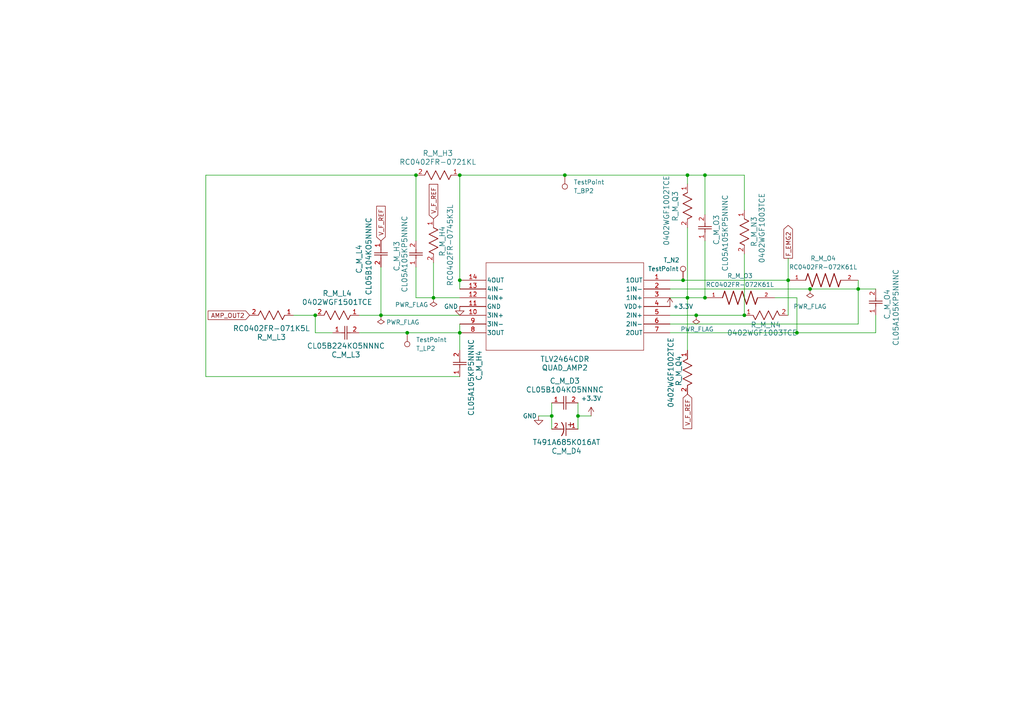
<source format=kicad_sch>
(kicad_sch (version 20231120) (generator "eeschema") (generator_version "8.0")
  (paper "A4")
  (title_block (title "EMG Filter") (date "2024-10-21") (rev "2") (company "FlexGlO"))
  (lib_symbols
    (symbol "2024-10-20_01-38-33:TLV2464CDR" (pin_names (offset 0.254))
      (property "Reference" "U" (at 30.48 10.16 0))
      (property "Value" "TLV2464CDR" (at 30.48 7.62 0))
      (symbol "TLV2464CDR_0_1"
        (polyline (pts (xy 7.62 -20.32) (xy 53.34 -20.32)) (stroke (width 0.127)))
        (polyline (pts (xy 7.62 5.08) (xy 7.62 -20.32)) (stroke (width 0.127)))
        (polyline (pts (xy 53.34 -20.32) (xy 53.34 5.08)) (stroke (width 0.127)))
        (polyline (pts (xy 53.34 5.08) (xy 7.62 5.08)) (stroke (width 0.127)))
        (pin output line (at 0 0 0) (length 7.62) (name "1OUT") (number "1"))
        (pin input line (at 60.96 -10.16 180) (length 7.62) (name "3IN+") (number "10"))
        (pin power_in line (at 60.96 -7.62 180) (length 7.62) (name "GND") (number "11"))
        (pin input line (at 60.96 -5.08 180) (length 7.62) (name "4IN+") (number "12"))
        (pin input line (at 60.96 -2.54 180) (length 7.62) (name "4IN-") (number "13"))
        (pin output line (at 60.96 0 180) (length 7.62) (name "4OUT") (number "14"))
        (pin input line (at 0 -2.54 0) (length 7.62) (name "1IN-") (number "2"))
        (pin input line (at 0 -5.08 0) (length 7.62) (name "1IN+") (number "3"))
        (pin power_in line (at 0 -7.62 0) (length 7.62) (name "VDD+") (number "4"))
        (pin input line (at 0 -10.16 0) (length 7.62) (name "2IN+") (number "5"))
        (pin input line (at 0 -12.7 0) (length 7.62) (name "2IN-") (number "6"))
        (pin output line (at 0 -15.24 0) (length 7.62) (name "2OUT") (number "7"))
        (pin output line (at 60.96 -15.24 180) (length 7.62) (name "3OUT") (number "8"))
        (pin input line (at 60.96 -12.7 180) (length 7.62) (name "3IN-") (number "9"))
      )
    )
    (symbol "CL05A105KO5NNNC:CL05A105KO5NNNC" (pin_names (offset 0.254))
      (property "Reference" "C" (at 3.81 3.81 0))
      (property "Value" "CL05A105KO5NNNC" (at 3.81 -3.81 0))
      (symbol "CL05A105KO5NNNC_1_1"
        (polyline (pts (xy 2.54 0) (xy 3.4798 0)) (stroke (width 0.2032)))
        (polyline (pts (xy 3.4798 -1.905) (xy 3.4798 1.905)) (stroke (width 0.2032)))
        (polyline (pts (xy 4.1148 -1.905) (xy 4.1148 1.905)) (stroke (width 0.2032)))
        (polyline (pts (xy 4.1148 0) (xy 5.08 0)) (stroke (width 0.2032)))
        (pin unspecified line (at 0 0 0) (length 2.54) (name "") (number "1"))
        (pin unspecified line (at 7.62 0 180) (length 2.54) (name "") (number "2"))
      )
      (symbol "CL05A105KO5NNNC_1_2"
        (polyline (pts (xy -1.905 -4.1148) (xy 1.905 -4.1148)) (stroke (width 0.2032)))
        (polyline (pts (xy -1.905 -3.4798) (xy 1.905 -3.4798)) (stroke (width 0.2032)))
        (polyline (pts (xy 0 -4.1148) (xy 0 -5.08)) (stroke (width 0.2032)))
        (polyline (pts (xy 0 -2.54) (xy 0 -3.4798)) (stroke (width 0.2032)))
        (pin unspecified line (at 0 0 270) (length 2.54) (name "") (number "1"))
        (pin unspecified line (at 0 -7.62 90) (length 2.54) (name "") (number "2"))
      )
    )
    (symbol "CL05B104KO5NNNC:CL05B104KO5NNNC" (pin_names (offset 0.254))
      (property "Reference" "C" (at 3.81 3.81 0))
      (property "Value" "CL05B104KO5NNNC" (at 3.81 -3.81 0))
      (symbol "CL05B104KO5NNNC_1_1"
        (polyline (pts (xy 2.54 0) (xy 3.4798 0)) (stroke (width 0.2032)))
        (polyline (pts (xy 3.4798 -1.905) (xy 3.4798 1.905)) (stroke (width 0.2032)))
        (polyline (pts (xy 4.1148 -1.905) (xy 4.1148 1.905)) (stroke (width 0.2032)))
        (polyline (pts (xy 4.1148 0) (xy 5.08 0)) (stroke (width 0.2032)))
        (pin unspecified line (at 0 0 0) (length 2.54) (name "") (number "1"))
        (pin unspecified line (at 7.62 0 180) (length 2.54) (name "") (number "2"))
      )
      (symbol "CL05B104KO5NNNC_1_2"
        (polyline (pts (xy -1.905 -4.1148) (xy 1.905 -4.1148)) (stroke (width 0.2032)))
        (polyline (pts (xy -1.905 -3.4798) (xy 1.905 -3.4798)) (stroke (width 0.2032)))
        (polyline (pts (xy 0 -4.1148) (xy 0 -5.08)) (stroke (width 0.2032)))
        (polyline (pts (xy 0 -2.54) (xy 0 -3.4798)) (stroke (width 0.2032)))
        (pin unspecified line (at 0 0 270) (length 2.54) (name "") (number "1"))
        (pin unspecified line (at 0 -7.62 90) (length 2.54) (name "") (number "2"))
      )
    )
    (symbol "CL05B224KO5NNNC:CL05B224KO5NNNC" (pin_names (offset 0.254))
      (property "Reference" "C" (at 3.81 3.81 0))
      (property "Value" "CL05B224KO5NNNC" (at 3.81 -3.81 0))
      (symbol "CL05B224KO5NNNC_1_1"
        (polyline (pts (xy 2.54 0) (xy 3.4798 0)) (stroke (width 0.2032)))
        (polyline (pts (xy 3.4798 -1.905) (xy 3.4798 1.905)) (stroke (width 0.2032)))
        (polyline (pts (xy 4.1148 -1.905) (xy 4.1148 1.905)) (stroke (width 0.2032)))
        (polyline (pts (xy 4.1148 0) (xy 5.08 0)) (stroke (width 0.2032)))
        (pin unspecified line (at 0 0 0) (length 2.54) (name "") (number "1"))
        (pin unspecified line (at 7.62 0 180) (length 2.54) (name "") (number "2"))
      )
      (symbol "CL05B224KO5NNNC_1_2"
        (polyline (pts (xy -1.905 -4.1148) (xy 1.905 -4.1148)) (stroke (width 0.2032)))
        (polyline (pts (xy -1.905 -3.4798) (xy 1.905 -3.4798)) (stroke (width 0.2032)))
        (polyline (pts (xy 0 -4.1148) (xy 0 -5.08)) (stroke (width 0.2032)))
        (polyline (pts (xy 0 -2.54) (xy 0 -3.4798)) (stroke (width 0.2032)))
        (pin unspecified line (at 0 0 270) (length 2.54) (name "") (number "1"))
        (pin unspecified line (at 0 -7.62 90) (length 2.54) (name "") (number "2"))
      )
    )
    (symbol "Connector:TestPoint" (pin_numbers hide) (pin_names (offset 0.762) hide)
      (property "Reference" "TP" (at 0 6.858 0))
      (property "Value" "TestPoint" (at 0 5.08 0))
      (symbol "TestPoint_0_1"
        (circle (center 0 3.302) (radius 0.762))
      )
      (symbol "TestPoint_1_1"
        (pin passive line (at 0 0 90) (length 2.54) (name "1") (number "1"))
      )
    )
    (symbol "RC0402FR-07100KL:RC0402FR-07100KL" (pin_names (offset 0.254))
      (property "Reference" "R" (at 5.715 3.81 0))
      (property "Value" "RC0402FR-07100KL" (at 6.35 -3.81 0))
      (symbol "RC0402FR-07100KL_1_1"
        (polyline (pts (xy 2.54 0) (xy 3.175 1.27)) (stroke (width 0.2032)))
        (polyline (pts (xy 3.175 1.27) (xy 4.445 -1.27)) (stroke (width 0.2032)))
        (polyline (pts (xy 4.445 -1.27) (xy 5.715 1.27)) (stroke (width 0.2032)))
        (polyline (pts (xy 5.715 1.27) (xy 6.985 -1.27)) (stroke (width 0.2032)))
        (polyline (pts (xy 6.985 -1.27) (xy 8.255 1.27)) (stroke (width 0.2032)))
        (polyline (pts (xy 8.255 1.27) (xy 9.525 -1.27)) (stroke (width 0.2032)))
        (polyline (pts (xy 9.525 -1.27) (xy 10.16 0)) (stroke (width 0.2032)))
        (pin unspecified line (at 12.7 0 180) (length 2.54) (name "") (number "1"))
        (pin unspecified line (at 0 0 0) (length 2.54) (name "") (number "2"))
      )
      (symbol "RC0402FR-07100KL_1_2"
        (polyline (pts (xy -1.27 3.175) (xy 1.27 4.445)) (stroke (width 0.2032)))
        (polyline (pts (xy -1.27 5.715) (xy 1.27 6.985)) (stroke (width 0.2032)))
        (polyline (pts (xy -1.27 8.255) (xy 1.27 9.525)) (stroke (width 0.2032)))
        (polyline (pts (xy 0 2.54) (xy -1.27 3.175)) (stroke (width 0.2032)))
        (polyline (pts (xy 1.27 4.445) (xy -1.27 5.715)) (stroke (width 0.2032)))
        (polyline (pts (xy 1.27 6.985) (xy -1.27 8.255)) (stroke (width 0.2032)))
        (polyline (pts (xy 1.27 9.525) (xy 0 10.16)) (stroke (width 0.2032)))
        (pin unspecified line (at 0 12.7 270) (length 2.54) (name "") (number "1"))
        (pin unspecified line (at 0 0 90) (length 2.54) (name "") (number "2"))
      )
    )
    (symbol "RC0402FR-0710KL:RC0402FR-0710KL" (pin_names (offset 0.254))
      (property "Reference" "R" (at 5.715 3.81 0))
      (property "Value" "RC0402FR-0710KL" (at 6.35 -3.81 0))
      (symbol "RC0402FR-0710KL_1_1"
        (polyline (pts (xy 2.54 0) (xy 3.175 1.27)) (stroke (width 0.2032)))
        (polyline (pts (xy 3.175 1.27) (xy 4.445 -1.27)) (stroke (width 0.2032)))
        (polyline (pts (xy 4.445 -1.27) (xy 5.715 1.27)) (stroke (width 0.2032)))
        (polyline (pts (xy 5.715 1.27) (xy 6.985 -1.27)) (stroke (width 0.2032)))
        (polyline (pts (xy 6.985 -1.27) (xy 8.255 1.27)) (stroke (width 0.2032)))
        (polyline (pts (xy 8.255 1.27) (xy 9.525 -1.27)) (stroke (width 0.2032)))
        (polyline (pts (xy 9.525 -1.27) (xy 10.16 0)) (stroke (width 0.2032)))
        (pin unspecified line (at 12.7 0 180) (length 2.54) (name "") (number "1"))
        (pin unspecified line (at 0 0 0) (length 2.54) (name "") (number "2"))
      )
      (symbol "RC0402FR-0710KL_1_2"
        (polyline (pts (xy -1.27 3.175) (xy 1.27 4.445)) (stroke (width 0.2032)))
        (polyline (pts (xy -1.27 5.715) (xy 1.27 6.985)) (stroke (width 0.2032)))
        (polyline (pts (xy -1.27 8.255) (xy 1.27 9.525)) (stroke (width 0.2032)))
        (polyline (pts (xy 0 2.54) (xy -1.27 3.175)) (stroke (width 0.2032)))
        (polyline (pts (xy 1.27 4.445) (xy -1.27 5.715)) (stroke (width 0.2032)))
        (polyline (pts (xy 1.27 6.985) (xy -1.27 8.255)) (stroke (width 0.2032)))
        (polyline (pts (xy 1.27 9.525) (xy 0 10.16)) (stroke (width 0.2032)))
        (pin unspecified line (at 0 12.7 270) (length 2.54) (name "") (number "1"))
        (pin unspecified line (at 0 0 90) (length 2.54) (name "") (number "2"))
      )
    )
    (symbol "RC0402FR-071K5L:RC0402FR-071K5L" (pin_names (offset 0.254))
      (property "Reference" "R" (at 5.715 3.81 0))
      (property "Value" "RC0402FR-071K5L" (at 6.35 -3.81 0))
      (symbol "RC0402FR-071K5L_1_1"
        (polyline (pts (xy 2.54 0) (xy 3.175 1.27)) (stroke (width 0.2032)))
        (polyline (pts (xy 3.175 1.27) (xy 4.445 -1.27)) (stroke (width 0.2032)))
        (polyline (pts (xy 4.445 -1.27) (xy 5.715 1.27)) (stroke (width 0.2032)))
        (polyline (pts (xy 5.715 1.27) (xy 6.985 -1.27)) (stroke (width 0.2032)))
        (polyline (pts (xy 6.985 -1.27) (xy 8.255 1.27)) (stroke (width 0.2032)))
        (polyline (pts (xy 8.255 1.27) (xy 9.525 -1.27)) (stroke (width 0.2032)))
        (polyline (pts (xy 9.525 -1.27) (xy 10.16 0)) (stroke (width 0.2032)))
        (pin unspecified line (at 12.7 0 180) (length 2.54) (name "") (number "1"))
        (pin unspecified line (at 0 0 0) (length 2.54) (name "") (number "2"))
      )
      (symbol "RC0402FR-071K5L_1_2"
        (polyline (pts (xy -1.27 3.175) (xy 1.27 4.445)) (stroke (width 0.2032)))
        (polyline (pts (xy -1.27 5.715) (xy 1.27 6.985)) (stroke (width 0.2032)))
        (polyline (pts (xy -1.27 8.255) (xy 1.27 9.525)) (stroke (width 0.2032)))
        (polyline (pts (xy 0 2.54) (xy -1.27 3.175)) (stroke (width 0.2032)))
        (polyline (pts (xy 1.27 4.445) (xy -1.27 5.715)) (stroke (width 0.2032)))
        (polyline (pts (xy 1.27 6.985) (xy -1.27 8.255)) (stroke (width 0.2032)))
        (polyline (pts (xy 1.27 9.525) (xy 0 10.16)) (stroke (width 0.2032)))
        (pin unspecified line (at 0 12.7 270) (length 2.54) (name "") (number "1"))
        (pin unspecified line (at 0 0 90) (length 2.54) (name "") (number "2"))
      )
    )
    (symbol "RC0402FR-0721KL:RC0402FR-0721KL" (pin_names (offset 0.254))
      (property "Reference" "R" (at 5.715 3.81 0))
      (property "Value" "RC0402FR-0721KL" (at 6.35 -3.81 0))
      (symbol "RC0402FR-0721KL_1_1"
        (polyline (pts (xy 2.54 0) (xy 3.175 1.27)) (stroke (width 0.2032)))
        (polyline (pts (xy 3.175 1.27) (xy 4.445 -1.27)) (stroke (width 0.2032)))
        (polyline (pts (xy 4.445 -1.27) (xy 5.715 1.27)) (stroke (width 0.2032)))
        (polyline (pts (xy 5.715 1.27) (xy 6.985 -1.27)) (stroke (width 0.2032)))
        (polyline (pts (xy 6.985 -1.27) (xy 8.255 1.27)) (stroke (width 0.2032)))
        (polyline (pts (xy 8.255 1.27) (xy 9.525 -1.27)) (stroke (width 0.2032)))
        (polyline (pts (xy 9.525 -1.27) (xy 10.16 0)) (stroke (width 0.2032)))
        (pin unspecified line (at 12.7 0 180) (length 2.54) (name "") (number "1"))
        (pin unspecified line (at 0 0 0) (length 2.54) (name "") (number "2"))
      )
      (symbol "RC0402FR-0721KL_1_2"
        (polyline (pts (xy -1.27 3.175) (xy 1.27 4.445)) (stroke (width 0.2032)))
        (polyline (pts (xy -1.27 5.715) (xy 1.27 6.985)) (stroke (width 0.2032)))
        (polyline (pts (xy -1.27 8.255) (xy 1.27 9.525)) (stroke (width 0.2032)))
        (polyline (pts (xy 0 2.54) (xy -1.27 3.175)) (stroke (width 0.2032)))
        (polyline (pts (xy 1.27 4.445) (xy -1.27 5.715)) (stroke (width 0.2032)))
        (polyline (pts (xy 1.27 6.985) (xy -1.27 8.255)) (stroke (width 0.2032)))
        (polyline (pts (xy 1.27 9.525) (xy 0 10.16)) (stroke (width 0.2032)))
        (pin unspecified line (at 0 12.7 270) (length 2.54) (name "") (number "1"))
        (pin unspecified line (at 0 0 90) (length 2.54) (name "") (number "2"))
      )
    )
    (symbol "RC0402FR-072K61L:RC0402FR-072K61L" (pin_names (offset 1.016))
      (property "Reference" "R" (at -7.6244 2.5415 0))
      (property "Value" "RC0402FR-072K61L" (at -7.63 -5.0866 0))
      (symbol "RC0402FR-072K61L_0_0"
        (polyline (pts (xy -5.08 0) (xy -4.445 1.905)) (stroke (width 0.254)))
        (polyline (pts (xy -4.445 1.905) (xy -3.175 -1.905)) (stroke (width 0.254)))
        (polyline (pts (xy -3.175 -1.905) (xy -1.905 1.905)) (stroke (width 0.254)))
        (polyline (pts (xy -1.905 1.905) (xy -0.635 -1.905)) (stroke (width 0.254)))
        (polyline (pts (xy -0.635 -1.905) (xy 0.635 1.905)) (stroke (width 0.254)))
        (polyline (pts (xy 0.635 1.905) (xy 1.905 -1.905)) (stroke (width 0.254)))
        (polyline (pts (xy 1.905 -1.905) (xy 3.175 1.905)) (stroke (width 0.254)))
        (polyline (pts (xy 3.175 1.905) (xy 4.445 -1.905)) (stroke (width 0.254)))
        (polyline (pts (xy 4.445 -1.905) (xy 5.08 0)) (stroke (width 0.254)))
        (pin passive line (at -10.16 0 0) (length 5.08) (name "~") (number "1"))
        (pin passive line (at 10.16 0 180) (length 5.08) (name "~") (number "2"))
      )
    )
    (symbol "RC0402FR-073K01L:RC0402FR-073K01L" (pin_names (offset 0.254))
      (property "Reference" "R" (at 5.715 3.81 0))
      (property "Value" "RC0402FR-073K01L" (at 6.35 -3.81 0))
      (symbol "RC0402FR-073K01L_1_1"
        (polyline (pts (xy 2.54 0) (xy 3.175 1.27)) (stroke (width 0.2032)))
        (polyline (pts (xy 3.175 1.27) (xy 4.445 -1.27)) (stroke (width 0.2032)))
        (polyline (pts (xy 4.445 -1.27) (xy 5.715 1.27)) (stroke (width 0.2032)))
        (polyline (pts (xy 5.715 1.27) (xy 6.985 -1.27)) (stroke (width 0.2032)))
        (polyline (pts (xy 6.985 -1.27) (xy 8.255 1.27)) (stroke (width 0.2032)))
        (polyline (pts (xy 8.255 1.27) (xy 9.525 -1.27)) (stroke (width 0.2032)))
        (polyline (pts (xy 9.525 -1.27) (xy 10.16 0)) (stroke (width 0.2032)))
        (pin unspecified line (at 12.7 0 180) (length 2.54) (name "") (number "1"))
        (pin unspecified line (at 0 0 0) (length 2.54) (name "") (number "2"))
      )
      (symbol "RC0402FR-073K01L_1_2"
        (polyline (pts (xy -1.27 3.175) (xy 1.27 4.445)) (stroke (width 0.2032)))
        (polyline (pts (xy -1.27 5.715) (xy 1.27 6.985)) (stroke (width 0.2032)))
        (polyline (pts (xy -1.27 8.255) (xy 1.27 9.525)) (stroke (width 0.2032)))
        (polyline (pts (xy 0 2.54) (xy -1.27 3.175)) (stroke (width 0.2032)))
        (polyline (pts (xy 1.27 4.445) (xy -1.27 5.715)) (stroke (width 0.2032)))
        (polyline (pts (xy 1.27 6.985) (xy -1.27 8.255)) (stroke (width 0.2032)))
        (polyline (pts (xy 1.27 9.525) (xy 0 10.16)) (stroke (width 0.2032)))
        (pin unspecified line (at 0 12.7 270) (length 2.54) (name "") (number "1"))
        (pin unspecified line (at 0 0 90) (length 2.54) (name "") (number "2"))
      )
    )
    (symbol "RC0402FR-0745K3L:RC0402FR-0745K3L" (pin_names (offset 0.254))
      (property "Reference" "R" (at 5.715 3.81 0))
      (property "Value" "RC0402FR-0745K3L" (at 6.35 -3.81 0))
      (symbol "RC0402FR-0745K3L_1_1"
        (polyline (pts (xy 2.54 0) (xy 3.175 1.27)) (stroke (width 0.2032)))
        (polyline (pts (xy 3.175 1.27) (xy 4.445 -1.27)) (stroke (width 0.2032)))
        (polyline (pts (xy 4.445 -1.27) (xy 5.715 1.27)) (stroke (width 0.2032)))
        (polyline (pts (xy 5.715 1.27) (xy 6.985 -1.27)) (stroke (width 0.2032)))
        (polyline (pts (xy 6.985 -1.27) (xy 8.255 1.27)) (stroke (width 0.2032)))
        (polyline (pts (xy 8.255 1.27) (xy 9.525 -1.27)) (stroke (width 0.2032)))
        (polyline (pts (xy 9.525 -1.27) (xy 10.16 0)) (stroke (width 0.2032)))
        (pin unspecified line (at 12.7 0 180) (length 2.54) (name "") (number "1"))
        (pin unspecified line (at 0 0 0) (length 2.54) (name "") (number "2"))
      )
      (symbol "RC0402FR-0745K3L_1_2"
        (polyline (pts (xy -1.27 3.175) (xy 1.27 4.445)) (stroke (width 0.2032)))
        (polyline (pts (xy -1.27 5.715) (xy 1.27 6.985)) (stroke (width 0.2032)))
        (polyline (pts (xy -1.27 8.255) (xy 1.27 9.525)) (stroke (width 0.2032)))
        (polyline (pts (xy 0 2.54) (xy -1.27 3.175)) (stroke (width 0.2032)))
        (polyline (pts (xy 1.27 4.445) (xy -1.27 5.715)) (stroke (width 0.2032)))
        (polyline (pts (xy 1.27 6.985) (xy -1.27 8.255)) (stroke (width 0.2032)))
        (polyline (pts (xy 1.27 9.525) (xy 0 10.16)) (stroke (width 0.2032)))
        (pin unspecified line (at 0 12.7 270) (length 2.54) (name "") (number "1"))
        (pin unspecified line (at 0 0 90) (length 2.54) (name "") (number "2"))
      )
    )
    (symbol "T491A685K016AT:T491A685K016AT" (pin_names (offset 0.254))
      (property "Reference" "C" (at 3.81 3.81 0))
      (property "Value" "T491A685K016AT" (at 3.81 -3.81 0))
      (symbol "T491A685K016AT_1_1"
        (polyline (pts (xy 1.5748 1.27) (xy 2.8448 1.27)) (stroke (width 0.2032)))
        (polyline (pts (xy 2.2098 0.635) (xy 2.2098 1.905)) (stroke (width 0.2032)))
        (polyline (pts (xy 2.54 0) (xy 3.4798 0)) (stroke (width 0.2032)))
        (polyline (pts (xy 3.4798 -1.905) (xy 3.4798 1.905)) (stroke (width 0.2032)))
        (polyline (pts (xy 4.1148 0) (xy 5.08 0)) (stroke (width 0.2032)))
        (arc (start 4.7541 1.9108) (mid 4.1148 0) (end 4.7541 -1.9108) (stroke (width 0.254)))
        (pin unspecified line (at 0 0 0) (length 2.54) (name "") (number "1"))
        (pin unspecified line (at 7.62 0 180) (length 2.54) (name "") (number "2"))
      )
      (symbol "T491A685K016AT_1_2"
        (polyline (pts (xy -1.905 -3.4798) (xy 1.905 -3.4798)) (stroke (width 0.2032)))
        (polyline (pts (xy 0 -4.1148) (xy 0 -5.08)) (stroke (width 0.2032)))
        (polyline (pts (xy 0 -2.54) (xy 0 -3.4798)) (stroke (width 0.2032)))
        (polyline (pts (xy 0.635 -2.2098) (xy 1.905 -2.2098)) (stroke (width 0.2032)))
        (polyline (pts (xy 1.27 -1.5748) (xy 1.27 -2.8448)) (stroke (width 0.2032)))
        (arc (start 1.9108 -4.7541) (mid 0 -4.1148) (end -1.9108 -4.7541) (stroke (width 0.254)))
        (pin unspecified line (at 0 0 270) (length 2.54) (name "") (number "1"))
        (pin unspecified line (at 0 -7.62 90) (length 2.54) (name "") (number "2"))
      )
    )
    (symbol "power:+3.3V" (power) (pin_names (offset 0))
      (property "Value" "+3.3V" (at 0 3.556 0))
      (symbol "+3.3V_0_1"
        (polyline (pts (xy -0.762 1.27) (xy 0 2.54)))
        (polyline (pts (xy 0 0) (xy 0 2.54)))
        (polyline (pts (xy 0 2.54) (xy 0.762 1.27)))
      )
      (symbol "+3.3V_1_1"
        (pin power_in line (at 0 0 90) (length 0) hide (name "+3.3V") (number "1"))
      )
    )
    (symbol "power:GND" (power) (pin_names (offset 0))
      (property "Value" "GND" (at 0 -3.81 0))
      (symbol "GND_0_1"
        (polyline (pts (xy 0 0) (xy 0 -1.27) (xy 1.27 -1.27) (xy 0 -2.54) (xy -1.27 -1.27) (xy 0 -1.27)))
      )
      (symbol "GND_1_1"
        (pin power_in line (at 0 0 270) (length 0) hide (name "GND") (number "1"))
      )
    )
    (symbol "power:PWR_FLAG" (power) (pin_numbers hide) (pin_names (offset 0) hide)
      (property "Value" "PWR_FLAG" (at 0 3.81 0))
      (symbol "PWR_FLAG_0_0"
        (pin power_out line (at 0 0 90) (length 0) (name "pwr") (number "1"))
      )
      (symbol "PWR_FLAG_0_1"
        (polyline (pts (xy 0 0) (xy 0 1.27) (xy -1.016 1.905) (xy 0 2.54) (xy 1.016 1.905) (xy 0 1.27)))
      )
    )
  )
  (junction (at 133.35 96.52))
  (junction (at 199.39 86.36))
  (junction (at 248.92 83.82))
  (junction (at 204.47 50.8))
  (junction (at 199.39 50.8))
  (junction (at 163.83 50.8))
  (junction (at 118.11 96.52))
  (junction (at 160.02 120.65))
  (junction (at 91.44 91.44))
  (junction (at 133.35 81.28))
  (junction (at 204.47 86.36))
  (junction (at 234.95 83.82))
  (junction (at 201.93 91.44))
  (junction (at 215.9 91.44))
  (junction (at 167.64 120.65))
  (junction (at 110.49 91.44))
  (junction (at 133.35 50.8))
  (junction (at 120.65 50.8))
  (junction (at 125.73 86.36))
  (junction (at 198.12 81.28))
  (junction (at 231.14 96.52))
  (junction (at 228.6 81.28))
  (wire (pts (xy 156.21 120.65) (xy 160.02 120.65)))
  (wire (pts (xy 228.6 81.28) (xy 228.6 91.44)))
  (wire (pts (xy 204.47 50.8) (xy 204.47 62.23)))
  (wire (pts (xy 160.02 120.65) (xy 160.02 124.46)))
  (wire (pts (xy 59.69 109.22) (xy 59.69 50.8)))
  (wire (pts (xy 198.12 81.28) (xy 228.6 81.28)))
  (wire (pts (xy 234.95 83.82) (xy 248.92 83.82)))
  (wire (pts (xy 231.14 96.52) (xy 254 96.52)))
  (wire (pts (xy 194.31 96.52) (xy 231.14 96.52)))
  (wire (pts (xy 228.6 74.93) (xy 228.6 81.28)))
  (wire (pts (xy 133.35 50.8) (xy 163.83 50.8)))
  (wire (pts (xy 234.95 83.82) (xy 194.31 83.82)))
  (wire (pts (xy 194.31 91.44) (xy 201.93 91.44)))
  (wire (pts (xy 254 91.44) (xy 254 96.52)))
  (wire (pts (xy 110.49 77.47) (xy 110.49 91.44)))
  (wire (pts (xy 163.83 50.8) (xy 199.39 50.8)))
  (wire (pts (xy 231.14 86.36) (xy 224.79 86.36)))
  (wire (pts (xy 199.39 50.8) (xy 199.39 53.34)))
  (wire (pts (xy 231.14 86.36) (xy 231.14 96.52)))
  (wire (pts (xy 167.64 116.84) (xy 167.64 120.65)))
  (wire (pts (xy 201.93 91.44) (xy 215.9 91.44)))
  (wire (pts (xy 125.73 76.2) (xy 125.73 86.36)))
  (wire (pts (xy 167.64 120.65) (xy 171.45 120.65)))
  (wire (pts (xy 125.73 86.36) (xy 133.35 86.36)))
  (wire (pts (xy 133.35 109.22) (xy 59.69 109.22)))
  (wire (pts (xy 199.39 86.36) (xy 199.39 101.6)))
  (wire (pts (xy 104.14 91.44) (xy 110.49 91.44)))
  (wire (pts (xy 133.35 101.6) (xy 133.35 96.52)))
  (wire (pts (xy 85.09 91.44) (xy 91.44 91.44)))
  (wire (pts (xy 133.35 93.98) (xy 133.35 96.52)))
  (wire (pts (xy 91.44 96.52) (xy 91.44 91.44)))
  (wire (pts (xy 120.65 86.36) (xy 125.73 86.36)))
  (wire (pts (xy 215.9 50.8) (xy 215.9 60.96)))
  (wire (pts (xy 104.14 96.52) (xy 118.11 96.52)))
  (wire (pts (xy 204.47 69.85) (xy 204.47 86.36)))
  (wire (pts (xy 133.35 81.28) (xy 133.35 83.82)))
  (wire (pts (xy 215.9 73.66) (xy 215.9 91.44)))
  (wire (pts (xy 160.02 116.84) (xy 160.02 120.65)))
  (wire (pts (xy 96.52 96.52) (xy 91.44 96.52)))
  (wire (pts (xy 120.65 77.47) (xy 120.65 86.36)))
  (wire (pts (xy 248.92 83.82) (xy 254 83.82)))
  (wire (pts (xy 194.31 93.98) (xy 248.92 93.98)))
  (wire (pts (xy 248.92 93.98) (xy 248.92 83.82)))
  (wire (pts (xy 194.31 81.28) (xy 198.12 81.28)))
  (wire (pts (xy 110.49 91.44) (xy 133.35 91.44)))
  (wire (pts (xy 118.11 96.52) (xy 133.35 96.52)))
  (wire (pts (xy 194.31 86.36) (xy 199.39 86.36)))
  (wire (pts (xy 120.65 50.8) (xy 120.65 69.85)))
  (wire (pts (xy 248.92 81.28) (xy 248.92 83.82)))
  (wire (pts (xy 199.39 66.04) (xy 199.39 86.36)))
  (wire (pts (xy 199.39 50.8) (xy 204.47 50.8)))
  (wire (pts (xy 167.64 120.65) (xy 167.64 124.46)))
  (wire (pts (xy 59.69 50.8) (xy 120.65 50.8)))
  (wire (pts (xy 133.35 50.8) (xy 133.35 81.28)))
  (wire (pts (xy 204.47 50.8) (xy 215.9 50.8)))
  (wire (pts (xy 199.39 86.36) (xy 204.47 86.36)))
  (global_label "V_F_REF" (shape input) (at 125.73 63.5 90) (property "Intersheetrefs" "${INTERSHEET_REFS}" (effects (hide yes))))
  (global_label "V_F_REF" (shape input) (at 199.39 114.3 270) (property "Intersheetrefs" "${INTERSHEET_REFS}" (effects (hide yes))))
  (global_label "V_F_REF" (shape input) (at 110.49 69.85 90) (property "Intersheetrefs" "${INTERSHEET_REFS}" (effects (hide yes))))
  (global_label "AMP_OUT2" (shape input) (at 72.39 91.44 180) (property "Intersheetrefs" "${INTERSHEET_REFS}" (effects (hide yes))))
  (global_label "F_EMG2" (shape output) (at 228.6 74.93 90) (property "Intersheetrefs" "${INTERSHEET_REFS}" (effects (hide yes))))
  (symbol (lib_id "power:+3.3V") (at 194.31 88.9 0) (unit 1)
    (property "Reference" "#PWR026" (effects (hide yes)))
    (property "Value" "+3.3V" (at 198.12 88.9 0))
  )
  (symbol (lib_id "power:PWR_FLAG") (at 234.95 83.82 0) (mirror x) (unit 1)
    (property "Reference" "#FLG09" (effects (hide yes)))
    (property "Value" "PWR_FLAG" (at 234.95 88.9 0))
  )
  (symbol (lib_id "RC0402FR-07100KL:RC0402FR-07100KL") (at 228.6 91.44 0) (mirror y) (unit 1)
    (property "Reference" "R_M_N4" (at 217.678 94.234 0) (effects (font (size 1.524 1.524)) (justify right)))
    (property "Value" "0402WGF1003TCE" (at 210.82 96.52 0) (effects (font (size 1.524 1.524)) (justify right)))
    (property "Footprint" "Resistor_SMD:R_0402_1005Metric" (effects (hide yes)))
    (property "Datasheet" "0402WGF1003TCE" (effects (hide yes)))
  )
  (symbol (lib_id "T491A685K016AT:T491A685K016AT") (at 167.64 124.46 0) (mirror y) (unit 1)
    (property "Reference" "C_M_D4" (at 164.3126 130.81 0) (effects (font (size 1.524 1.524))))
    (property "Value" "T491A685K016AT" (at 164.3126 128.27 0) (effects (font (size 1.524 1.524))))
    (property "Footprint" "Capacitor_SMD:C_1206_3216Metric" (effects (hide yes)))
    (property "Datasheet" "T491A685K016AT" (effects (hide yes)))
  )
  (symbol (lib_id "Connector:TestPoint") (at 163.83 50.8 0) (mirror x) (unit 1)
    (property "Reference" "T_BP2" (at 166.37 55.372 0) (effects (justify left)))
    (property "Value" "TestPoint" (at 166.37 52.832 0) (effects (justify left)))
    (property "Footprint" "TestPoint:TestPoint_Pad_1.0x1.0mm" (effects (hide yes)))
  )
  (symbol (lib_id "CL05B224KO5NNNC:CL05B224KO5NNNC") (at 96.52 96.52 0) (unit 1)
    (property "Reference" "C_M_L3" (at 100.33 102.87 0) (effects (font (size 1.524 1.524))))
    (property "Value" "CL05B224KO5NNNC" (at 100.33 100.33 0) (effects (font (size 1.524 1.524))))
    (property "Footprint" "Capacitor_SMD:C_0402_1005Metric" (effects (hide yes)))
    (property "Datasheet" "CL05B224KO5NNNC" (effects (hide yes)))
  )
  (symbol (lib_id "CL05A105KO5NNNC:CL05A105KO5NNNC") (at 120.65 77.47 90) (unit 1)
    (property "Reference" "C_M_H3" (at 115.062 69.85 0) (effects (font (size 1.524 1.524)) (justify right)))
    (property "Value" "CL05A105KP5NNNC" (at 117.348 62.484 0) (effects (font (size 1.524 1.524)) (justify right)))
    (property "Footprint" "Capacitor_SMD:C_0402_1005Metric" (effects (hide yes)))
    (property "Datasheet" "CL05A105KP5NNNC" (effects (hide yes)))
  )
  (symbol (lib_id "CL05B104KO5NNNC:CL05B104KO5NNNC") (at 110.49 69.85 270) (unit 1)
    (property "Reference" "C_M_L4" (at 104.14 70.866 0) (effects (font (size 1.524 1.524)) (justify left)))
    (property "Value" "CL05B104KO5NNNC" (at 106.934 62.992 0) (effects (font (size 1.524 1.524)) (justify left)))
    (property "Footprint" "Capacitor_SMD:C_0402_1005Metric" (effects (hide yes)))
    (property "Datasheet" "CL05B104KO5NNNC" (effects (hide yes)))
  )
  (symbol (lib_id "CL05A105KO5NNNC:CL05A105KO5NNNC") (at 133.35 109.22 270) (mirror x) (unit 1)
    (property "Reference" "C_M_H4" (at 138.938 101.6 0) (effects (font (size 1.524 1.524)) (justify right)))
    (property "Value" "CL05A105KP5NNNC" (at 136.652 98.298 0) (effects (font (size 1.524 1.524)) (justify right)))
    (property "Footprint" "Capacitor_SMD:C_0402_1005Metric" (effects (hide yes)))
    (property "Datasheet" "CL05A105KP5NNNC" (effects (hide yes)))
  )
  (symbol (lib_id "RC0402FR-073K01L:RC0402FR-073K01L") (at 91.44 91.44 0) (unit 1)
    (property "Reference" "R_M_L4" (at 97.79 85.09 0) (effects (font (size 1.524 1.524))))
    (property "Value" "0402WGF1501TCE" (at 97.79 87.63 0) (effects (font (size 1.524 1.524))))
    (property "Footprint" "Resistor_SMD:R_0402_1005Metric" (effects (hide yes)))
    (property "Datasheet" "0402WGF1501TCE" (effects (hide yes)))
  )
  (symbol (lib_id "RC0402FR-0710KL:RC0402FR-0710KL") (at 199.39 114.3 270) (mirror x) (unit 1)
    (property "Reference" "R_M_Q4" (at 196.85 103.124 0) (effects (font (size 1.524 1.524)) (justify right)))
    (property "Value" "0402WGF1002TCE" (at 194.564 97.79 0) (effects (font (size 1.524 1.524)) (justify right)))
    (property "Footprint" "Resistor_SMD:R_0402_1005Metric" (effects (hide yes)))
    (property "Datasheet" "0402WGF1002TCE" (effects (hide yes)))
  )
  (symbol (lib_id "RC0402FR-0710KL:RC0402FR-0710KL") (at 199.39 66.04 270) (mirror x) (unit 1)
    (property "Reference" "R_M_Q3" (at 195.834 55.372 0) (effects (font (size 1.524 1.524)) (justify right)))
    (property "Value" "0402WGF1002TCE" (at 193.294 50.8 0) (effects (font (size 1.524 1.524)) (justify right)))
    (property "Footprint" "Resistor_SMD:R_0402_1005Metric" (effects (hide yes)))
    (property "Datasheet" "0402WGF1002TCE" (effects (hide yes)))
  )
  (symbol (lib_id "power:+3.3V") (at 171.45 120.65 0) (unit 1)
    (property "Reference" "#PWR025" (effects (hide yes)))
    (property "Value" "+3.3V" (at 171.45 115.57 0))
  )
  (symbol (lib_id "RC0402FR-072K61L:RC0402FR-072K61L") (at 238.76 81.28 0) (unit 1)
    (property "Reference" "R_M_O4" (at 238.76 74.93 0))
    (property "Value" "RC0402FR-072K61L" (at 238.76 77.47 0))
    (property "Footprint" "Resistor_SMD:R_0402_1005Metric" (effects (hide yes)))
  )
  (symbol (lib_id "RC0402FR-0721KL:RC0402FR-0721KL") (at 120.65 50.8 0) (unit 1)
    (property "Reference" "R_M_H3" (at 127 44.45 0) (effects (font (size 1.524 1.524))))
    (property "Value" "RC0402FR-0721KL" (at 127 46.99 0) (effects (font (size 1.524 1.524))))
    (property "Footprint" "Resistor_SMD:R_0402_1005Metric" (effects (hide yes)))
    (property "Datasheet" "RC0402FR-0721KL" (effects (hide yes)))
  )
  (symbol (lib_id "power:PWR_FLAG") (at 201.93 91.44 0) (mirror x) (unit 1)
    (property "Reference" "#FLG08" (effects (hide yes)))
    (property "Value" "PWR_FLAG" (at 202.184 95.504 0))
  )
  (symbol (lib_id "Connector:TestPoint") (at 118.11 96.52 0) (mirror x) (unit 1)
    (property "Reference" "T_LP2" (at 120.65 101.092 0) (effects (justify left)))
    (property "Value" "TestPoint" (at 120.65 98.552 0) (effects (justify left)))
    (property "Footprint" "TestPoint:TestPoint_Pad_1.0x1.0mm" (effects (hide yes)))
  )
  (symbol (lib_id "RC0402FR-072K61L:RC0402FR-072K61L") (at 214.63 86.36 0) (unit 1)
    (property "Reference" "R_M_O3" (at 214.63 80.01 0))
    (property "Value" "RC0402FR-072K61L" (at 214.63 82.55 0))
    (property "Footprint" "Resistor_SMD:R_0402_1005Metric" (effects (hide yes)))
  )
  (symbol (lib_id "power:PWR_FLAG") (at 110.49 91.44 0) (mirror x) (unit 1)
    (property "Reference" "#FLG06" (effects (hide yes)))
    (property "Value" "PWR_FLAG" (at 116.84 93.472 0))
  )
  (symbol (lib_id "RC0402FR-071K5L:RC0402FR-071K5L") (at 72.39 91.44 0) (unit 1)
    (property "Reference" "R_M_L3" (at 78.74 97.79 0) (effects (font (size 1.524 1.524))))
    (property "Value" "RC0402FR-071K5L" (at 78.74 95.25 0) (effects (font (size 1.524 1.524))))
    (property "Footprint" "Resistor_SMD:R_0402_1005Metric" (effects (hide yes)))
    (property "Datasheet" "RC0402FR-071K5L" (effects (hide yes)))
  )
  (symbol (lib_id "CL05B104KO5NNNC:CL05B104KO5NNNC") (at 160.02 116.84 0) (unit 1)
    (property "Reference" "C_M_D3" (at 163.83 110.49 0) (effects (font (size 1.524 1.524))))
    (property "Value" "CL05B104KO5NNNC" (at 163.83 113.03 0) (effects (font (size 1.524 1.524))))
    (property "Footprint" "Capacitor_SMD:C_0402_1005Metric" (effects (hide yes)))
    (property "Datasheet" "CL05B104KO5NNNC" (effects (hide yes)))
  )
  (symbol (lib_id "power:PWR_FLAG") (at 125.73 86.36 0) (mirror x) (unit 1)
    (property "Reference" "#FLG07" (effects (hide yes)))
    (property "Value" "PWR_FLAG" (at 119.38 88.392 0))
  )
  (symbol (lib_id "power:GND") (at 133.35 88.9 0) (unit 1)
    (property "Reference" "#PWR023" (effects (hide yes)))
    (property "Value" "GND" (at 130.81 88.9 0))
  )
  (symbol (lib_id "RC0402FR-07100KL:RC0402FR-07100KL") (at 215.9 73.66 90) (unit 1)
    (property "Reference" "R_M_N3" (at 218.694 62.738 0) (effects (font (size 1.524 1.524)) (justify right)))
    (property "Value" "0402WGF1003TCE" (at 220.98 55.88 0) (effects (font (size 1.524 1.524)) (justify right)))
    (property "Footprint" "Resistor_SMD:R_0402_1005Metric" (effects (hide yes)))
    (property "Datasheet" "0402WGF1003TCE" (effects (hide yes)))
  )
  (symbol (lib_id "CL05A105KO5NNNC:CL05A105KO5NNNC") (at 254 91.44 90) (unit 1)
    (property "Reference" "C_M_O4" (at 257.302 83.82 0) (effects (font (size 1.524 1.524)) (justify right)))
    (property "Value" "CL05A105KP5NNNC" (at 259.842 77.978 0) (effects (font (size 1.524 1.524)) (justify right)))
    (property "Footprint" "Capacitor_SMD:C_0402_1005Metric" (effects (hide yes)))
    (property "Datasheet" "CL05A105KP5NNNC" (effects (hide yes)))
  )
  (symbol (lib_id "2024-10-20_01-38-33:TLV2464CDR") (at 194.31 81.28 0) (mirror y) (unit 1)
    (property "Reference" "QUAD_AMP2" (at 163.83 106.68 0) (effects (font (size 1.524 1.524))))
    (property "Value" "TLV2464CDR" (at 163.83 104.14 0) (effects (font (size 1.524 1.524))))
    (property "Footprint" "Footprints:D14-M" (effects (hide yes)))
    (property "Datasheet" "TLV2464CDR" (effects (hide yes)))
  )
  (symbol (lib_id "power:GND") (at 156.21 120.65 0) (unit 1)
    (property "Reference" "#PWR024" (effects (hide yes)))
    (property "Value" "GND" (at 153.67 120.65 0))
  )
  (symbol (lib_id "CL05A105KO5NNNC:CL05A105KO5NNNC") (at 204.47 69.85 90) (unit 1)
    (property "Reference" "C_M_O3" (at 207.772 62.23 0) (effects (font (size 1.524 1.524)) (justify right)))
    (property "Value" "CL05A105KP5NNNC" (at 210.312 56.388 0) (effects (font (size 1.524 1.524)) (justify right)))
    (property "Footprint" "Capacitor_SMD:C_0402_1005Metric" (effects (hide yes)))
    (property "Datasheet" "CL05A105KP5NNNC" (effects (hide yes)))
  )
  (symbol (lib_id "Connector:TestPoint") (at 198.12 81.28 0) (mirror y) (unit 1)
    (property "Reference" "T_N2" (at 197.104 75.438 0) (effects (justify left)))
    (property "Value" "TestPoint" (at 196.85 77.978 0) (effects (justify left)))
    (property "Footprint" "TestPoint:TestPoint_Pad_1.0x1.0mm" (effects (hide yes)))
  )
  (symbol (lib_id "RC0402FR-0745K3L:RC0402FR-0745K3L") (at 125.73 76.2 90) (unit 1)
    (property "Reference" "R_M_H4" (at 128.27 65.532 0) (effects (font (size 1.524 1.524)) (justify right)))
    (property "Value" "RC0402FR-0745K3L" (at 130.556 59.182 0) (effects (font (size 1.524 1.524)) (justify right)))
    (property "Footprint" "Resistor_SMD:R_0402_1005Metric" (effects (hide yes)))
    (property "Datasheet" "RC0402FR-0745K3L" (effects (hide yes)))
  )
)
</source>
